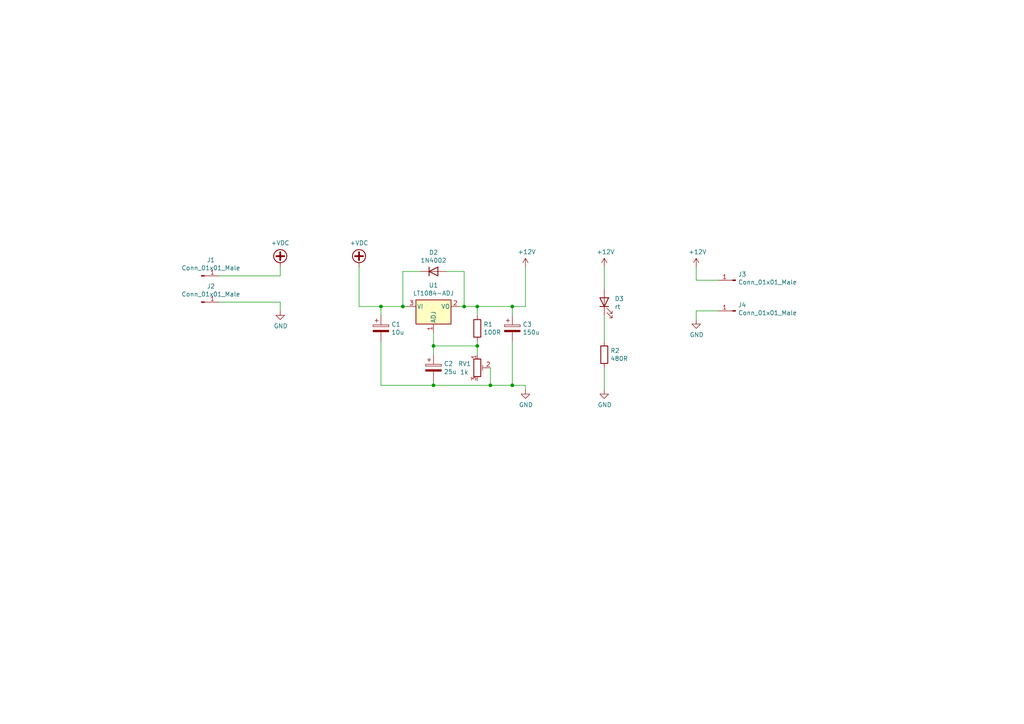
<source format=kicad_sch>
(kicad_sch (version 20211123) (generator eeschema)
  (paper "A4")
  (lib_symbols
    (symbol "Connector:Conn_01x01_Male" (pin_names (offset 1.016) hide)
      (property "Reference" "J" (at 0 2.54 0))
      (property "Value" "Conn_01x01_Male" (at 0 -2.54 0))
      (symbol "Conn_01x01_Male_1_1"
        (polyline (pts (xy 1.27 0) (xy 0.8636 0)) (stroke (width 0.1524)))
        (rectangle (start 0.8636 0.127) (end 0 -0.127) (stroke (width 0.1524)) (fill (type outline)))
        (pin passive line (at 5.08 0 180) (length 3.81) (name "Pin_1") (number "1"))
      )
    )
    (symbol "Device:D" (pin_numbers hide) (pin_names (offset 1.016) hide)
      (property "Reference" "D" (at 0 2.54 0))
      (property "Value" "D" (at 0 -2.54 0))
      (symbol "D_0_1"
        (polyline (pts (xy -1.27 1.27) (xy -1.27 -1.27)) (stroke (width 0.254)))
        (polyline (pts (xy 1.27 0) (xy -1.27 0)))
        (polyline (pts (xy 1.27 1.27) (xy 1.27 -1.27) (xy -1.27 0) (xy 1.27 1.27)) (stroke (width 0.254)))
      )
      (symbol "D_1_1"
        (pin passive line (at -3.81 0 0) (length 2.54) (name "K") (number "1"))
        (pin passive line (at 3.81 0 180) (length 2.54) (name "A") (number "2"))
      )
    )
    (symbol "Device:LED" (pin_numbers hide) (pin_names (offset 1.016) hide)
      (property "Reference" "D" (at 0 2.54 0))
      (property "Value" "LED" (at 0 -2.54 0))
      (symbol "LED_0_1"
        (polyline (pts (xy -1.27 -1.27) (xy -1.27 1.27)) (stroke (width 0.254)))
        (polyline (pts (xy -1.27 0) (xy 1.27 0)))
        (polyline (pts (xy 1.27 -1.27) (xy 1.27 1.27) (xy -1.27 0) (xy 1.27 -1.27)) (stroke (width 0.254)))
        (polyline (pts (xy -3.048 -0.762) (xy -4.572 -2.286) (xy -3.81 -2.286) (xy -4.572 -2.286) (xy -4.572 -1.524)))
        (polyline (pts (xy -1.778 -0.762) (xy -3.302 -2.286) (xy -2.54 -2.286) (xy -3.302 -2.286) (xy -3.302 -1.524)))
      )
      (symbol "LED_1_1"
        (pin passive line (at -3.81 0 0) (length 2.54) (name "K") (number "1"))
        (pin passive line (at 3.81 0 180) (length 2.54) (name "A") (number "2"))
      )
    )
    (symbol "Device:R" (pin_numbers hide) (pin_names (offset 0))
      (property "Reference" "R" (at 2.032 0 90))
      (property "Value" "R" (at 0 0 90))
      (symbol "R_0_1"
        (rectangle (start -1.016 -2.54) (end 1.016 2.54) (stroke (width 0.254)))
      )
      (symbol "R_1_1"
        (pin passive line (at 0 3.81 270) (length 1.27) (name "~") (number "1"))
        (pin passive line (at 0 -3.81 90) (length 1.27) (name "~") (number "2"))
      )
    )
    (symbol "Regulator_Linear:LT1084-ADJ" (pin_names (offset 0.254))
      (property "Reference" "U" (at -3.81 3.175 0))
      (property "Value" "LT1084-ADJ" (at 0 3.175 0))
      (symbol "LT1084-ADJ_0_1"
        (rectangle (start -5.08 1.905) (end 5.08 -5.08) (stroke (width 0.254)) (fill (type background)))
      )
      (symbol "LT1084-ADJ_1_1"
        (pin input line (at 0 -7.62 90) (length 2.54) (name "ADJ") (number "1"))
        (pin power_out line (at 7.62 0 180) (length 2.54) (name "VO") (number "2"))
        (pin power_in line (at -7.62 0 0) (length 2.54) (name "VI") (number "3"))
      )
    )
    (symbol "moPsy_Regulator_12Vpos-rescue:CP-Device" (pin_numbers hide) (pin_names (offset 0.254))
      (property "Reference" "C" (at 0.635 2.54 0))
      (property "Value" "CP-Device" (at 0.635 -2.54 0))
      (symbol "CP-Device_0_1"
        (rectangle (start -2.286 0.508) (end 2.286 1.016))
        (polyline (pts (xy -1.778 2.286) (xy -0.762 2.286)))
        (polyline (pts (xy -1.27 2.794) (xy -1.27 1.778)))
        (rectangle (start 2.286 -0.508) (end -2.286 -1.016) (fill (type outline)))
      )
      (symbol "CP-Device_1_1"
        (pin passive line (at 0 3.81 270) (length 2.794) (name "~") (number "1"))
        (pin passive line (at 0 -3.81 90) (length 2.794) (name "~") (number "2"))
      )
    )
    (symbol "moPsy_Regulator_12Vpos-rescue:R_POT_TRIM-Device" (pin_names (offset 1.016) hide)
      (property "Reference" "RV" (at -4.445 0 90))
      (property "Value" "R_POT_TRIM-Device" (at -2.54 0 90))
      (symbol "R_POT_TRIM-Device_0_1"
        (polyline (pts (xy 1.524 0.762) (xy 1.524 -0.762)))
        (polyline (pts (xy 2.54 0) (xy 1.524 0)))
        (rectangle (start 1.016 2.54) (end -1.016 -2.54) (stroke (width 0.254)))
      )
      (symbol "R_POT_TRIM-Device_1_1"
        (pin passive line (at 0 3.81 270) (length 1.27) (name "1") (number "1"))
        (pin passive line (at 3.81 0 180) (length 1.27) (name "2") (number "2"))
        (pin passive line (at 0 -3.81 90) (length 1.27) (name "3") (number "3"))
      )
    )
    (symbol "power:+12V" (power) (pin_names (offset 0))
      (property "Value" "+12V" (at 0 3.556 0))
      (symbol "+12V_0_1"
        (polyline (pts (xy -0.762 1.27) (xy 0 2.54)))
        (polyline (pts (xy 0 0) (xy 0 2.54)))
        (polyline (pts (xy 0 2.54) (xy 0.762 1.27)))
      )
      (symbol "+12V_1_1"
        (pin power_in line (at 0 0 90) (length 0) hide (name "+12V") (number "1"))
      )
    )
    (symbol "power:+VDC" (power) (pin_names (offset 0))
      (property "Value" "+VDC" (at 0 6.35 0))
      (symbol "+VDC_0_1"
        (polyline (pts (xy -1.143 3.175) (xy 1.143 3.175)) (stroke (width 0.508)))
        (polyline (pts (xy 0 0) (xy 0 1.27)))
        (polyline (pts (xy 0 2.032) (xy 0 4.318)) (stroke (width 0.508)))
        (circle (center 0 3.175) (radius 1.905) (stroke (width 0.254)))
      )
      (symbol "+VDC_1_1"
        (pin power_in line (at 0 0 90) (length 0) hide (name "+VDC") (number "1"))
      )
    )
    (symbol "power:GND" (power) (pin_names (offset 0))
      (property "Value" "GND" (at 0 -3.81 0))
      (symbol "GND_0_1"
        (polyline (pts (xy 0 0) (xy 0 -1.27) (xy 1.27 -1.27) (xy 0 -2.54) (xy -1.27 -1.27) (xy 0 -1.27)))
      )
      (symbol "GND_1_1"
        (pin power_in line (at 0 0 270) (length 0) hide (name "GND") (number "1"))
      )
    )
  )
  (junction (at 148.59 88.9))
  (junction (at 134.62 88.9))
  (junction (at 138.43 88.9))
  (junction (at 142.24 111.76))
  (junction (at 125.73 100.33))
  (junction (at 125.73 111.76))
  (junction (at 148.59 111.76))
  (junction (at 110.49 88.9))
  (junction (at 116.84 88.9))
  (junction (at 138.43 100.33))
  (wire (pts (xy 138.43 91.44) (xy 138.43 88.9)))
  (wire (pts (xy 148.59 99.06) (xy 148.59 111.76)))
  (wire (pts (xy 138.43 99.06) (xy 138.43 100.33)))
  (wire (pts (xy 104.14 88.9) (xy 104.14 77.47)))
  (wire (pts (xy 152.4 111.76) (xy 152.4 113.03)))
  (wire (pts (xy 81.28 80.01) (xy 81.28 77.47)))
  (wire (pts (xy 110.49 111.76) (xy 125.73 111.76)))
  (wire (pts (xy 142.24 111.76) (xy 148.59 111.76)))
  (wire (pts (xy 201.93 81.28) (xy 208.28 81.28)))
  (wire (pts (xy 63.5 87.63) (xy 81.28 87.63)))
  (wire (pts (xy 134.62 78.74) (xy 129.54 78.74)))
  (wire (pts (xy 125.73 110.49) (xy 125.73 111.76)))
  (wire (pts (xy 175.26 77.47) (xy 175.26 83.82)))
  (wire (pts (xy 148.59 111.76) (xy 152.4 111.76)))
  (wire (pts (xy 63.5 80.01) (xy 81.28 80.01)))
  (wire (pts (xy 175.26 91.44) (xy 175.26 99.06)))
  (wire (pts (xy 121.92 78.74) (xy 116.84 78.74)))
  (wire (pts (xy 148.59 88.9) (xy 152.4 88.9)))
  (wire (pts (xy 134.62 88.9) (xy 138.43 88.9)))
  (wire (pts (xy 110.49 99.06) (xy 110.49 111.76)))
  (wire (pts (xy 201.93 92.71) (xy 201.93 90.17)))
  (wire (pts (xy 110.49 88.9) (xy 104.14 88.9)))
  (wire (pts (xy 134.62 88.9) (xy 134.62 78.74)))
  (wire (pts (xy 138.43 100.33) (xy 125.73 100.33)))
  (wire (pts (xy 110.49 91.44) (xy 110.49 88.9)))
  (wire (pts (xy 201.93 90.17) (xy 208.28 90.17)))
  (wire (pts (xy 142.24 106.68) (xy 142.24 111.76)))
  (wire (pts (xy 81.28 87.63) (xy 81.28 90.17)))
  (wire (pts (xy 138.43 88.9) (xy 148.59 88.9)))
  (wire (pts (xy 148.59 88.9) (xy 148.59 91.44)))
  (wire (pts (xy 133.35 88.9) (xy 134.62 88.9)))
  (wire (pts (xy 116.84 88.9) (xy 110.49 88.9)))
  (wire (pts (xy 125.73 111.76) (xy 142.24 111.76)))
  (wire (pts (xy 116.84 88.9) (xy 118.11 88.9)))
  (wire (pts (xy 125.73 100.33) (xy 125.73 102.87)))
  (wire (pts (xy 175.26 106.68) (xy 175.26 113.03)))
  (wire (pts (xy 138.43 100.33) (xy 138.43 102.87)))
  (wire (pts (xy 152.4 88.9) (xy 152.4 77.47)))
  (wire (pts (xy 125.73 100.33) (xy 125.73 96.52)))
  (wire (pts (xy 201.93 77.47) (xy 201.93 81.28)))
  (wire (pts (xy 116.84 78.74) (xy 116.84 88.9)))
  (symbol (lib_id "Regulator_Linear:LT1084-ADJ") (at 125.73 88.9 0) (unit 1)
    (property "Reference" "U1" (at 125.73 82.7532 0))
    (property "Value" "LT1084-ADJ" (at 125.73 85.0646 0))
    (property "Footprint" "Package_TO_SOT_THT:TO-220-3_Vertical" (effects hide))
    (property "Datasheet" "https://www.analog.com/media/en/technical-documentation/data-sheets/108345fh.pdf" (effects hide))
  )
  (symbol (lib_id "Connector:Conn_01x01_Male") (at 58.42 80.01 0) (unit 1)
    (property "Reference" "J1" (at 61.1632 75.4126 0))
    (property "Value" "Conn_01x01_Male" (at 61.1632 77.724 0))
    (property "Footprint" "moPsy:Connector FS-P475" (effects hide))
  )
  (symbol (lib_id "Connector:Conn_01x01_Male") (at 58.42 87.63 0) (unit 1)
    (property "Reference" "J2" (at 61.1632 83.0326 0))
    (property "Value" "Conn_01x01_Male" (at 61.1632 85.344 0))
    (property "Footprint" "moPsy:Connector FS-P475" (effects hide))
  )
  (symbol (lib_id "power:GND") (at 81.28 90.17 0) (unit 1)
    (property "Reference" "#PWR0101" (effects hide))
    (property "Value" "GND" (at 81.407 94.5642 0))
  )
  (symbol (lib_id "power:GND") (at 152.4 113.03 0) (unit 1)
    (property "Reference" "#PWR0102" (effects hide))
    (property "Value" "GND" (at 152.527 117.4242 0))
  )
  (symbol (lib_id "power:+12V") (at 201.93 77.47 0) (unit 1)
    (property "Reference" "#PWR0103" (effects hide))
    (property "Value" "+12V" (at 202.311 73.0758 0))
  )
  (symbol (lib_id "power:GND") (at 201.93 92.71 0) (unit 1)
    (property "Reference" "#PWR0104" (effects hide))
    (property "Value" "GND" (at 202.057 97.1042 0))
  )
  (symbol (lib_id "Connector:Conn_01x01_Male") (at 213.36 81.28 180) (unit 1)
    (property "Reference" "J3" (at 214.0712 79.5528 0) (effects (justify right)))
    (property "Value" "Conn_01x01_Male" (at 214.0712 81.8642 0) (effects (justify right)))
    (property "Footprint" "moPsy:Connector FS-P475" (effects hide))
  )
  (symbol (lib_id "Connector:Conn_01x01_Male") (at 213.36 90.17 180) (unit 1)
    (property "Reference" "J4" (at 214.0712 88.4428 0) (effects (justify right)))
    (property "Value" "Conn_01x01_Male" (at 214.0712 90.7542 0) (effects (justify right)))
    (property "Footprint" "moPsy:Connector FS-P475" (effects hide))
  )
  (symbol (lib_id "Device:D") (at 125.73 78.74 0) (unit 1)
    (property "Reference" "D2" (at 125.73 73.2282 0))
    (property "Value" "1N4002" (at 125.73 75.5396 0))
    (property "Footprint" "Diode_THT:D_DO-41_SOD81_P7.62mm_Horizontal" (effects hide))
  )
  (symbol (lib_id "moPsy_Regulator_12Vpos-rescue:CP-Device") (at 148.59 95.25 0) (unit 1)
    (property "Reference" "C3" (at 151.5872 94.0816 0) (effects (justify left)))
    (property "Value" "150u" (at 151.5872 96.393 0) (effects (justify left)))
    (property "Footprint" "Capacitor_THT:CP_Radial_D8.0mm_P3.50mm" (effects hide))
    (property "REICHELT" "M-A 220U 25" (effects hide))
  )
  (symbol (lib_id "moPsy_Regulator_12Vpos-rescue:CP-Device") (at 125.73 106.68 0) (unit 1)
    (property "Reference" "C2" (at 128.7272 105.5116 0) (effects (justify left)))
    (property "Value" "25u" (at 128.7272 107.823 0) (effects (justify left)))
    (property "Footprint" "Capacitor_THT:CP_Radial_D5.0mm_P2.00mm" (effects hide))
    (property "REICHELT" "M-A 22U 63" (effects hide))
  )
  (symbol (lib_id "Device:R") (at 138.43 95.25 0) (unit 1)
    (property "Reference" "R1" (at 140.208 94.0816 0) (effects (justify left)))
    (property "Value" "100R" (at 140.208 96.393 0) (effects (justify left)))
    (property "Footprint" "Resistor_THT:R_Axial_DIN0207_L6.3mm_D2.5mm_P7.62mm_Horizontal" (effects hide))
  )
  (symbol (lib_id "power:+12V") (at 152.4 77.47 0) (unit 1)
    (property "Reference" "#PWR0105" (effects hide))
    (property "Value" "+12V" (at 152.781 73.0758 0))
  )
  (symbol (lib_id "moPsy_Regulator_12Vpos-rescue:CP-Device") (at 110.49 95.25 0) (unit 1)
    (property "Reference" "C1" (at 113.4872 94.0816 0) (effects (justify left)))
    (property "Value" "10u" (at 113.4872 96.393 0) (effects (justify left)))
    (property "Footprint" "Capacitor_THT:CP_Radial_D5.0mm_P2.50mm" (effects hide))
    (property "REICHELT" "D-A 10U" (effects hide))
  )
  (symbol (lib_id "power:+12V") (at 175.26 77.47 0) (unit 1)
    (property "Reference" "#PWR0106" (effects hide))
    (property "Value" "+12V" (at 175.641 73.0758 0))
  )
  (symbol (lib_id "power:GND") (at 175.26 113.03 0) (unit 1)
    (property "Reference" "#PWR0107" (effects hide))
    (property "Value" "GND" (at 175.387 117.4242 0))
  )
  (symbol (lib_id "Device:R") (at 175.26 102.87 0) (unit 1)
    (property "Reference" "R2" (at 177.038 101.7016 0) (effects (justify left)))
    (property "Value" "480R" (at 177.038 104.013 0) (effects (justify left)))
    (property "Footprint" "Resistor_THT:R_Axial_DIN0207_L6.3mm_D2.5mm_P7.62mm_Horizontal" (effects hide))
  )
  (symbol (lib_id "Device:LED") (at 175.26 87.63 90) (unit 1)
    (property "Reference" "D3" (at 178.2572 86.6394 90) (effects (justify right)))
    (property "Value" "rt" (at 178.2572 88.9508 90) (effects (justify right)))
    (property "Footprint" "LED_THT:LED_D5.0mm" (effects hide))
  )
  (symbol (lib_id "power:+VDC") (at 81.28 77.47 0) (unit 1)
    (property "Reference" "#PWR0108" (effects hide))
    (property "Value" "+VDC" (at 81.28 70.485 0))
  )
  (symbol (lib_id "power:+VDC") (at 104.14 77.47 0) (unit 1)
    (property "Reference" "#PWR0109" (effects hide))
    (property "Value" "+VDC" (at 104.14 70.485 0))
  )
  (symbol (lib_id "moPsy_Regulator_12Vpos-rescue:R_POT_TRIM-Device") (at 138.43 106.68 0) (unit 1)
    (property "Reference" "RV1" (at 136.652 105.5116 0) (effects (justify right)))
    (property "Value" "1k" (at 135.89 107.95 0) (effects (justify right)))
    (property "Footprint" "moPsy:Suntan 3296 Trim Pot" (effects hide))
    (property "REICHELT" "64W-1,0K" (effects hide))
  )
)
</source>
